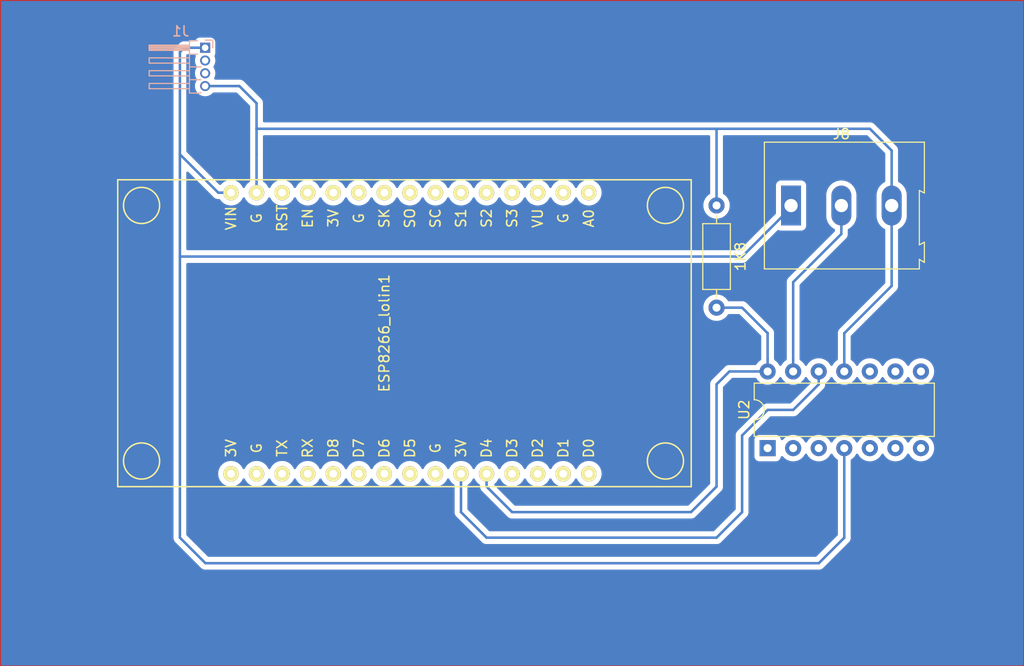
<source format=kicad_pcb>
(kicad_pcb (version 20211014) (generator pcbnew)
  (layers (0 "F.Cu" signal) (31 "B.Cu" signal) (34 "B.Paste" user) (35 "F.Paste" user) (36 "B.SilkS" user "B.Silkscreen") (37 "F.SilkS" user "F.Silkscreen") (38 "B.Mask" user) (39 "F.Mask" user) (44 "Edge.Cuts" user))
  (net 0 "")
  (net 1 "Net-(J8-Pad1)")
  (net 4 "Net-(J8-Pad3)")
  (net 29 "Net-(ESP8266_lolin1-Pad26)")
  (net 31 "Net-(U2-Pad13)")
  (net 32 "Net-(ESP8266_lolin1-Pad25)")
  (footprint "Resistor_THT:R_Axial_DIN0207_L6.3mm_D2.5mm_P10.16mm_Horizontal" (layer "F.Cu") (at 142.24 71.12 -90)
    (fp_text reference "1K8" (at 5.08 -2.37 90) (layer "F.SilkS"))
    (fp_text value "R1")
    (fp_line (start 8.35 -1.37) (end 1.81 -1.37) (layer "F.SilkS") (width 0.12))
    (fp_line (start 1.04 0) (end 1.81 0) (layer "F.SilkS") (width 0.12))
    (fp_line (start 8.35 1.37) (end 8.35 -1.37) (layer "F.SilkS") (width 0.12))
    (fp_line (start 1.81 1.37) (end 8.35 1.37) (layer "F.SilkS") (width 0.12))
    (fp_line (start 9.12 0) (end 8.35 0) (layer "F.SilkS") (width 0.12))
    (fp_line (start 1.81 -1.37) (end 1.81 1.37) (layer "F.SilkS") (width 0.12))
    (pad "1" thru_hole circle (at 0 0 270) (size 1.6 1.6) (drill 0.8) (layers *.Cu *.Mask) (net 4 "Net-(J8-Pad3)"))
    (pad "2" thru_hole oval (at 10.16 0 270) (size 1.6 1.6) (drill 0.8) (layers *.Cu *.Mask) (net 29 "Net-(ESP8266_lolin1-Pad26)"))
  )
  (footprint "Package_DIP:DIP-14_W7.62mm" (layer "F.Cu") (at 147.315 95.24 90)
    (fp_text reference "U2" (at 3.81 -2.33 90) (layer "F.SilkS"))
    (fp_text value "LM324")
    (fp_line (start 1.16 -1.33) (end 1.16 16.57) (layer "F.SilkS") (width 0.12))
    (fp_line (start 2.81 -1.33) (end 1.16 -1.33) (layer "F.SilkS") (width 0.12))
    (fp_line (start 6.46 16.57) (end 6.46 -1.33) (layer "F.SilkS") (width 0.12))
    (fp_line (start 6.46 -1.33) (end 4.81 -1.33) (layer "F.SilkS") (width 0.12))
    (fp_line (start 1.16 16.57) (end 6.46 16.57) (layer "F.SilkS") (width 0.12))
    (fp_arc (start 4.81 -1.33) (mid 3.81 -0.33) (end 2.81 -1.33) (layer "F.SilkS") (width 0.12))
    (pad "1" thru_hole rect (at 0 0 90) (size 1.6 1.6) (drill 0.8) (layers *.Cu *.Mask))
    (pad "2" thru_hole oval (at 0 2.54 90) (size 1.6 1.6) (drill 0.8) (layers *.Cu *.Mask))
    (pad "3" thru_hole oval (at 0 5.08 90) (size 1.6 1.6) (drill 0.8) (layers *.Cu *.Mask))
    (pad "4" thru_hole oval (at 0 7.62 90) (size 1.6 1.6) (drill 0.8) (layers *.Cu *.Mask) (net 1 "Net-(J8-Pad1)"))
    (pad "5" thru_hole oval (at 0 10.16 90) (size 1.6 1.6) (drill 0.8) (layers *.Cu *.Mask))
    (pad "6" thru_hole oval (at 0 12.7 90) (size 1.6 1.6) (drill 0.8) (layers *.Cu *.Mask))
    (pad "7" thru_hole oval (at 0 15.24 90) (size 1.6 1.6) (drill 0.8) (layers *.Cu *.Mask))
    (pad "8" thru_hole oval (at 7.62 15.24 90) (size 1.6 1.6) (drill 0.8) (layers *.Cu *.Mask))
    (pad "9" thru_hole oval (at 7.62 12.7 90) (size 1.6 1.6) (drill 0.8) (layers *.Cu *.Mask))
    (pad "10" thru_hole oval (at 7.62 10.16 90) (size 1.6 1.6) (drill 0.8) (layers *.Cu *.Mask))
    (pad "11" thru_hole oval (at 7.62 7.62 90) (size 1.6 1.6) (drill 0.8) (layers *.Cu *.Mask) (net 4 "Net-(J8-Pad3)"))
    (pad "12" thru_hole oval (at 7.62 5.08 90) (size 1.6 1.6) (drill 0.8) (layers *.Cu *.Mask) (net 32 "Net-(ESP8266_lolin1-Pad25)"))
    (pad "13" thru_hole oval (at 7.62 2.54 90) (size 1.6 1.6) (drill 0.8) (layers *.Cu *.Mask) (net 31 "Net-(U2-Pad13)"))
    (pad "14" thru_hole oval (at 7.62 0 90) (size 1.6 1.6) (drill 0.8) (layers *.Cu *.Mask) (net 29 "Net-(ESP8266_lolin1-Pad26)"))
  )
  (footprint "ESP8366:NodeMCU-LoLinV3" (layer "F.Cu") (at 109.22 83.82 -90)
    (fp_text reference "ESP8266_lolin1" (at 0 0 90) (layer "F.SilkS"))
    (fp_text value "NodeMCU1.0(ESP-12E)")
    (fp_text user "D3" (at 11.43 -12.7 90) (layer "F.SilkS"))
    (fp_text user "SC" (at -11.43 -5.08 90) (layer "F.SilkS"))
    (fp_text user "D8" (at 11.43 5.08 90) (layer "F.SilkS"))
    (fp_text user "3V" (at -11.43 5.08 90) (layer "F.SilkS"))
    (fp_text user "D5" (at 11.43 -2.54 90) (layer "F.SilkS"))
    (fp_text user "G" (at -11.43 2.54 90) (layer "F.SilkS"))
    (fp_text user "D6" (at 11.43 0 90) (layer "F.SilkS"))
    (fp_text user "RST" (at -11.43 10.16 90) (layer "F.SilkS"))
    (fp_text user "A0" (at -11.43 -20.32 90) (layer "F.SilkS"))
    (fp_text user "D2" (at 11.43 -15.24 90) (layer "F.SilkS"))
    (fp_text user "RX" (at 11.43 7.62 90) (layer "F.SilkS"))
    (fp_text user "TX" (at 11.43 10.16 90) (layer "F.SilkS"))
    (fp_text user "D4" (at 11.43 -10.16 90) (layer "F.SilkS"))
    (fp_text user "VIN" (at -11.43 15.24 90) (layer "F.SilkS"))
    (fp_text user "VU" (at -11.43 -15.24 90) (layer "F.SilkS"))
    (fp_text user "EN" (at -11.43 7.62 90) (layer "F.SilkS"))
    (fp_text user "D1" (at 11.43 -17.78 90) (layer "F.SilkS"))
    (fp_text user "D7" (at 11.43 2.54 90) (layer "F.SilkS"))
    (fp_text user "SK" (at -11.43 0 90) (layer "F.SilkS"))
    (fp_text user "G" (at -11.43 -17.78 90) (layer "F.SilkS"))
    (fp_text user "3V" (at 11.43 15.24 90) (layer "F.SilkS"))
    (fp_text user "3V" (at 11.43 -7.62 90) (layer "F.SilkS"))
    (fp_text user "G" (at 11.43 12.7 90) (layer "F.SilkS"))
    (fp_text user "SO" (at -11.43 -2.54 90) (layer "F.SilkS"))
    (fp_text user "G" (at -11.43 12.7 90) (layer "F.SilkS"))
    (fp_text user "G" (at 11.43 -5.08 90) (layer "F.SilkS"))
    (fp_text user "S2" (at -11.43 -10.16 90) (layer "F.SilkS"))
    (fp_text user "S3" (at -11.43 -12.7 90) (layer "F.SilkS"))
    (fp_text user "D0" (at 11.43 -20.32 90) (layer "F.SilkS"))
    (fp_text user "S1" (at -11.43 -7.62 90) (layer "F.SilkS"))
    (fp_line (start 15.25 -30.5) (end -14.75 -30.5) (layer "F.SilkS") (width 0.15))
    (fp_line (start -15.25 26.5) (end 15.25 26.5) (layer "F.SilkS") (width 0.15))
    (fp_line (start 15.25 26.5) (end 15.25 -30.5) (layer "F.SilkS") (width 0.15))
    (fp_line (start -15.25 -30.5) (end -15.25 26.5) (layer "F.SilkS") (width 0.15))
    (fp_line (start -14.75 -30.5) (end -15.25 -30.5) (layer "F.SilkS") (width 0.15))
    (fp_circle (center -12.7 -27.94) (end -11.43 -29.21) (layer "F.SilkS") (width 0.15) (fill none))
    (fp_circle (center 12.7 -27.94) (end 13.97 -29.21) (layer "F.SilkS") (width 0.15) (fill none))
    (fp_circle (center 12.7 24.13) (end 13.97 22.86) (layer "F.SilkS") (width 0.15) (fill none))
    (fp_circle (center -12.7 24.13) (end -11.43 22.86) (layer "F.SilkS") (width 0.15) (fill none))
    (pad "1" thru_hole circle locked (at -13.97 -20.32 270) (size 1.524 1.524) (drill 0.762) (layers *.Cu *.Mask "F.SilkS"))
    (pad "2" thru_hole circle locked (at -13.97 -17.78 270) (size 1.524 1.524) (drill 0.762) (layers *.Cu *.Mask "F.SilkS"))
    (pad "3" thru_hole circle locked (at -13.97 -15.24 270) (size 1.524 1.524) (drill 0.762) (layers *.Cu *.Mask "F.SilkS"))
    (pad "4" thru_hole circle locked (at -13.97 -12.7 270) (size 1.524 1.524) (drill 0.762) (layers *.Cu *.Mask "F.SilkS"))
    (pad "5" thru_hole circle locked (at -13.97 -10.16 270) (size 1.524 1.524) (drill 0.762) (layers *.Cu *.Mask "F.SilkS"))
    (pad "6" thru_hole circle locked (at -13.97 -7.62 270) (size 1.524 1.524) (drill 0.762) (layers *.Cu *.Mask "F.SilkS"))
    (pad "7" thru_hole circle locked (at -13.97 -5.08 270) (size 1.524 1.524) (drill 0.762) (layers *.Cu *.Mask "F.SilkS"))
    (pad "8" thru_hole circle locked (at -13.97 -2.54 270) (size 1.524 1.524) (drill 0.762) (layers *.Cu *.Mask "F.SilkS"))
    (pad "9" thru_hole circle locked (at -13.97 0 270) (size 1.524 1.524) (drill 0.762) (layers *.Cu *.Mask "F.SilkS"))
    (pad "10" thru_hole circle locked (at -13.97 2.54 270) (size 1.524 1.524) (drill 0.762) (layers *.Cu *.Mask "F.SilkS"))
    (pad "11" thru_hole circle locked (at -13.97 5.08 270) (size 1.524 1.524) (drill 0.762) (layers *.Cu *.Mask "F.SilkS"))
    (pad "12" thru_hole circle locked (at -13.97 7.62 270) (size 1.524 1.524) (drill 0.762) (layers *.Cu *.Mask "F.SilkS"))
    (pad "13" thru_hole circle locked (at -13.97 10.16 270) (size 1.524 1.524) (drill 0.762) (layers *.Cu *.Mask "F.SilkS"))
    (pad "14" thru_hole circle locked (at -13.97 12.7 270) (size 1.524 1.524) (drill 0.762) (layers *.Cu *.Mask "F.SilkS") (net 4 "Net-(J8-Pad3)"))
    (pad "15" thru_hole circle locked (at -13.97 15.24 270) (size 1.524 1.524) (drill 0.762) (layers *.Cu *.Mask "F.SilkS") (net 1 "Net-(J8-Pad1)"))
    (pad "16" thru_hole circle locked (at 13.97 15.24 270) (size 1.524 1.524) (drill 0.762) (layers *.Cu *.Mask "F.SilkS"))
    (pad "17" thru_hole circle locked (at 13.97 12.7 270) (size 1.524 1.524) (drill 0.762) (layers *.Cu *.Mask "F.SilkS"))
    (pad "18" thru_hole circle locked (at 13.97 10.16 270) (size 1.524 1.524) (drill 0.762) (layers *.Cu *.Mask "F.SilkS"))
    (pad "19" thru_hole circle locked (at 13.97 7.62 270) (size 1.524 1.524) (drill 0.762) (layers *.Cu *.Mask "F.SilkS"))
    (pad "20" thru_hole circle locked (at 13.97 5.08 270) (size 1.524 1.524) (drill 0.762) (layers *.Cu *.Mask "F.SilkS"))
    (pad "21" thru_hole circle locked (at 13.97 2.54 270) (size 1.524 1.524) (drill 0.762) (layers *.Cu *.Mask "F.SilkS"))
    (pad "22" thru_hole circle locked (at 13.97 0 270) (size 1.524 1.524) (drill 0.762) (layers *.Cu *.Mask "F.SilkS"))
    (pad "23" thru_hole circle locked (at 13.97 -2.54 270) (size 1.524 1.524) (drill 0.762) (layers *.Cu *.Mask "F.SilkS"))
    (pad "24" thru_hole circle locked (at 13.97 -5.08 270) (size 1.524 1.524) (drill 0.762) (layers *.Cu *.Mask "F.SilkS"))
    (pad "25" thru_hole circle locked (at 13.97 -7.62 270) (size 1.524 1.524) (drill 0.762) (layers *.Cu *.Mask "F.SilkS") (net 32 "Net-(ESP8266_lolin1-Pad25)"))
    (pad "26" thru_hole circle locked (at 13.97 -10.16 270) (size 1.524 1.524) (drill 0.762) (layers *.Cu *.Mask "F.SilkS") (net 29 "Net-(ESP8266_lolin1-Pad26)"))
    (pad "27" thru_hole circle locked (at 13.97 -12.7 270) (size 1.524 1.524) (drill 0.762) (layers *.Cu *.Mask "F.SilkS"))
    (pad "28" thru_hole circle locked (at 13.97 -15.24 270) (size 1.524 1.524) (drill 0.762) (layers *.Cu *.Mask "F.SilkS"))
    (pad "29" thru_hole circle locked (at 13.97 -17.78 270) (size 1.524 1.524) (drill 0.762) (layers *.Cu *.Mask "F.SilkS"))
    (pad "30" thru_hole circle locked (at 13.97 -20.32 270) (size 1.524 1.524) (drill 0.762) (layers *.Cu *.Mask "F.SilkS"))
  )
  (footprint "TerminalBlock:TerminalBlock_Altech_AK300-3_P5.00mm" (layer "F.Cu") (at 149.645 71.13)
    (fp_text reference "J8" (at 5 -7.1) (layer "F.SilkS"))
    (fp_text value "Conn_01x03_Female")
    (fp_line (start 13.25 3.65) (end 12.75 3.9) (layer "F.SilkS") (width 0.12))
    (fp_line (start 13.25 -1.25) (end 13.25 -6.3) (layer "F.SilkS") (width 0.12))
    (fp_line (start -2.65 6.3) (end 12.75 6.3) (layer "F.SilkS") (width 0.12))
    (fp_line (start -2.65 -6.3) (end -2.65 6.3) (layer "F.SilkS") (width 0.12))
    (fp_line (start 13.25 -6.3) (end -2.65 -6.3) (layer "F.SilkS") (width 0.12))
    (fp_line (start 13.25 5.65) (end 13.25 3.65) (layer "F.SilkS") (width 0.12))
    (fp_line (start 12.75 -1.5) (end 13.25 -1.25) (layer "F.SilkS") (width 0.12))
    (fp_line (start 12.75 5.35) (end 13.25 5.65) (layer "F.SilkS") (width 0.12))
    (fp_line (start 12.75 6.3) (end 12.75 5.35) (layer "F.SilkS") (width 0.12))
    (fp_line (start 12.75 3.9) (end 12.75 -1.5) (layer "F.SilkS") (width 0.12))
    (pad "1" thru_hole rect (at 0 0) (size 1.98 3.96) (drill 1.32) (layers *.Cu *.Mask) (net 1 "Net-(J8-Pad1)"))
    (pad "2" thru_hole oval (at 5 0) (size 1.98 3.96) (drill 1.32) (layers *.Cu *.Mask) (net 31 "Net-(U2-Pad13)"))
    (pad "3" thru_hole oval (at 10 0) (size 1.98 3.96) (drill 1.32) (layers *.Cu *.Mask) (net 4 "Net-(J8-Pad3)"))
  )
  (footprint "Connector_PinHeader_1.27mm:PinHeader_1x04_P1.27mm_Horizontal" (layer "B.Cu") (at 91.41 55.445 180)
    (fp_text reference "J1" (at 2.4325 1.635) (layer "B.SilkS") (effects (justify mirror)))
    (fp_text value "USB_A")
    (fp_line (start 0.44 -4.505) (end 0.44 -4.429677) (layer "B.SilkS") (width 0.12))
    (fp_line (start 5.56 -0.26) (end 1.56 -0.26) (layer "B.SilkS") (width 0.12))
    (fp_line (start 1.56 0.695) (end 1.56 -4.505) (layer "B.SilkS") (width 0.12))
    (fp_line (start 5.56 -3.55) (end 5.56 -4.07) (layer "B.SilkS") (width 0.12))
    (fp_line (start 1.56 -0.16) (end 5.56 -0.16) (layer "B.SilkS") (width 0.12))
    (fp_line (start 0.44 -1.905) (end 1.56 -1.905) (layer "B.SilkS") (width 0.12))
    (fp_line (start 1.56 0.08) (end 5.56 0.08) (layer "B.SilkS") (width 0.12))
    (fp_line (start 0.76 0.695) (end 1.56 0.695) (layer "B.SilkS") (width 0.12))
    (fp_line (start 5.56 -1.01) (end 5.56 -1.53) (layer "B.SilkS") (width 0.12))
    (fp_line (start 0.44 -3.175) (end 1.56 -3.175) (layer "B.SilkS") (width 0.12))
    (fp_line (start 5.56 -2.8) (end 1.56 -2.8) (layer "B.SilkS") (width 0.12))
    (fp_line (start 5.56 -4.07) (end 1.56 -4.07) (layer "B.SilkS") (width 0.12))
    (fp_line (start 0.44 -3.159677) (end 0.44 -3.190323) (layer "B.SilkS") (width 0.12))
    (fp_line (start 5.56 0.26) (end 5.56 -0.26) (layer "B.SilkS") (width 0.12))
    (fp_line (start 0.76 -0.635) (end 1.56 -0.635) (layer "B.SilkS") (width 0.12))
    (fp_line (start 1.56 -4.505) (end 0.44 -4.505) (layer "B.SilkS") (width 0.12))
    (fp_line (start -0.76 0.76) (end 0 0.76) (layer "B.SilkS") (width 0.12))
    (fp_line (start -0.76 0) (end -0.76 0.76) (layer "B.SilkS") (width 0.12))
    (fp_line (start 5.56 -2.28) (end 5.56 -2.8) (layer "B.SilkS") (width 0.12))
    (fp_line (start 0.44 -1.889677) (end 0.44 -1.920323) (layer "B.SilkS") (width 0.12))
    (fp_line (start 1.56 0.2) (end 5.56 0.2) (layer "B.SilkS") (width 0.12))
    (fp_line (start 1.56 0.26) (end 5.56 0.26) (layer "B.SilkS") (width 0.12))
    (fp_line (start 1.56 -3.55) (end 5.56 -3.55) (layer "B.SilkS") (width 0.12))
    (fp_line (start 1.56 -1.01) (end 5.56 -1.01) (layer "B.SilkS") (width 0.12))
    (fp_line (start 5.56 -1.53) (end 1.56 -1.53) (layer "B.SilkS") (width 0.12))
    (fp_line (start 1.56 -0.04) (end 5.56 -0.04) (layer "B.SilkS") (width 0.12))
    (fp_line (start 1.56 -2.28) (end 5.56 -2.28) (layer "B.SilkS") (width 0.12))
    (pad "1" thru_hole rect (at 0 0 180) (size 1 1) (drill 0.65) (layers *.Cu *.Mask) (net 1 "Net-(J8-Pad1)"))
    (pad "2" thru_hole oval (at 0 -1.27 180) (size 1 1) (drill 0.65) (layers *.Cu *.Mask))
    (pad "3" thru_hole oval (at 0 -2.54 180) (size 1 1) (drill 0.65) (layers *.Cu *.Mask))
    (pad "4" thru_hole oval (at 0 -3.81 180) (size 1 1) (drill 0.65) (layers *.Cu *.Mask) (net 4 "Net-(J8-Pad3)"))
  )
  (gr_line (start 172.72 116.84) (end 172.72 50.8) (layer "F.Cu") (width 0.2))
  (gr_line (start 71.12 50.8) (end 71.12 116.84) (layer "F.Cu") (width 0.2))
  (gr_line (start 71.12 116.84) (end 172.72 116.84) (layer "F.Cu") (width 0.2))
  (gr_line (start 71.12 50.8) (end 172.72 50.8) (layer "F.Cu") (width 0.2))
  (segment (start 88.9 76.2) (end 88.9 104.14) (width 0.25) (layer "B.Cu") (net 1))
  (segment (start 89.335 55.445) (end 88.9 55.88) (width 0.25) (layer "B.Cu") (net 1))
  (segment (start 88.9 66.04) (end 88.9 76.2) (width 0.25) (layer "B.Cu") (net 1))
  (segment (start 91.44 106.68) (end 152.4 106.68) (width 0.25) (layer "B.Cu") (net 1))
  (segment (start 149.645 71.335) (end 144.78 76.2) (width 0.25) (layer "B.Cu") (net 1))
  (segment (start 88.9 66.04) (end 92.71 69.85) (width 0.25) (layer "B.Cu") (net 1))
  (segment (start 92.71 69.85) (end 93.98 69.85) (width 0.25) (layer "B.Cu") (net 1))
  (segment (start 88.9 104.14) (end 91.44 106.68) (width 0.25) (layer "B.Cu") (net 1))
  (segment (start 144.78 76.2) (end 88.9 76.2) (width 0.25) (layer "B.Cu") (net 1))
  (segment (start 154.94 104.14) (end 154.935 104.135) (width 0.25) (layer "B.Cu") (net 1))
  (segment (start 152.4 106.68) (end 154.94 104.14) (width 0.25) (layer "B.Cu") (net 1))
  (segment (start 154.935 104.135) (end 154.935 95.24) (width 0.25) (layer "B.Cu") (net 1))
  (segment (start 88.9 55.88) (end 88.9 66.04) (width 0.25) (layer "B.Cu") (net 1))
  (segment (start 91.41 55.445) (end 89.335 55.445) (width 0.25) (layer "B.Cu") (net 1))
  (segment (start 149.645 71.13) (end 149.645 71.335) (width 0.25) (layer "B.Cu") (net 1))
  (segment (start 159.645 79.115) (end 154.935 83.825) (width 0.25) (layer "B.Cu") (net 4))
  (segment (start 159.645 71.13) (end 159.645 79.115) (width 0.25) (layer "B.Cu") (net 4))
  (segment (start 142.24 71.12) (end 142.24 63.5) (width 0.25) (layer "B.Cu") (net 4))
  (segment (start 154.935 83.825) (end 154.935 87.62) (width 0.25) (layer "B.Cu") (net 4))
  (segment (start 96.52 60.96) (end 96.52 63.5) (width 0.25) (layer "B.Cu") (net 4))
  (segment (start 96.52 63.5) (end 96.52 66.04) (width 0.25) (layer "B.Cu") (net 4))
  (segment (start 96.52 66.04) (end 96.52 69.85) (width 0.25) (layer "B.Cu") (net 4))
  (segment (start 157.48 63.5) (end 159.645 65.665) (width 0.25) (layer "B.Cu") (net 4))
  (segment (start 94.815 59.255) (end 96.52 60.96) (width 0.25) (layer "B.Cu") (net 4))
  (segment (start 96.52 63.5) (end 157.48 63.5) (width 0.25) (layer "B.Cu") (net 4))
  (segment (start 91.41 59.255) (end 94.815 59.255) (width 0.25) (layer "B.Cu") (net 4))
  (segment (start 159.645 65.665) (end 159.645 71.13) (width 0.25) (layer "B.Cu") (net 4))
  (segment (start 142.24 81.28) (end 144.78 81.28) (width 0.25) (layer "B.Cu") (net 29))
  (segment (start 147.315 83.825) (end 147.315 87.62) (width 0.25) (layer "B.Cu") (net 29))
  (segment (start 142.24 99.06) (end 139.7 101.6) (width 0.25) (layer "B.Cu") (net 29))
  (segment (start 119.38 97.79) (end 119.38 99.06) (width 0.25) (layer "B.Cu") (net 29))
  (segment (start 119.38 99.06) (end 121.92 101.6) (width 0.25) (layer "B.Cu") (net 29))
  (segment (start 142.24 88.9) (end 142.24 99.06) (width 0.25) (layer "B.Cu") (net 29))
  (segment (start 147.315 87.62) (end 143.52 87.62) (width 0.25) (layer "B.Cu") (net 29))
  (segment (start 147.32 83.82) (end 147.315 83.825) (width 0.25) (layer "B.Cu") (net 29))
  (segment (start 121.92 101.6) (end 139.7 101.6) (width 0.25) (layer "B.Cu") (net 29))
  (segment (start 144.78 81.28) (end 147.32 83.82) (width 0.25) (layer "B.Cu") (net 29))
  (segment (start 147.32 86.36) (end 147.315 86.365) (width 0.25) (layer "B.Cu") (net 29))
  (segment (start 143.52 87.62) (end 142.24 88.9) (width 0.25) (layer "B.Cu") (net 29))
  (segment (start 149.855 78.745) (end 154.645 73.955) (width 0.25) (layer "B.Cu") (net 31))
  (segment (start 154.645 73.955) (end 154.645 71.13) (width 0.25) (layer "B.Cu") (net 31))
  (segment (start 149.855 87.62) (end 149.855 78.745) (width 0.25) (layer "B.Cu") (net 31))
  (segment (start 116.84 101.6) (end 119.38 104.14) (width 0.25) (layer "B.Cu") (net 32))
  (segment (start 119.38 104.14) (end 142.24 104.14) (width 0.25) (layer "B.Cu") (net 32))
  (segment (start 147.32 91.44) (end 149.86 91.44) (width 0.25) (layer "B.Cu") (net 32))
  (segment (start 116.84 97.79) (end 116.84 101.6) (width 0.25) (layer "B.Cu") (net 32))
  (segment (start 149.86 91.44) (end 152.395 88.905) (width 0.25) (layer "B.Cu") (net 32))
  (segment (start 144.78 101.6) (end 144.78 93.98) (width 0.25) (layer "B.Cu") (net 32))
  (segment (start 152.395 88.905) (end 152.395 87.62) (width 0.25) (layer "B.Cu") (net 32))
  (segment (start 144.78 93.98) (end 147.32 91.44) (width 0.25) (layer "B.Cu") (net 32))
  (segment (start 142.24 104.14) (end 144.78 101.6) (width 0.25) (layer "B.Cu") (net 32))
  (zone (net 0) (net_name "") (layer "B.Cu") (connect_pads (clearance 0.508)) (min_thickness 0.254) (fill yes (thermal_gap 0.508) (thermal_bridge_width 0.508))
    (polygon (pts (xy 172.72 116.84) (xy 71.12 116.84) (xy 71.12 50.8) (xy 172.72 50.8)))
  )
)
</source>
